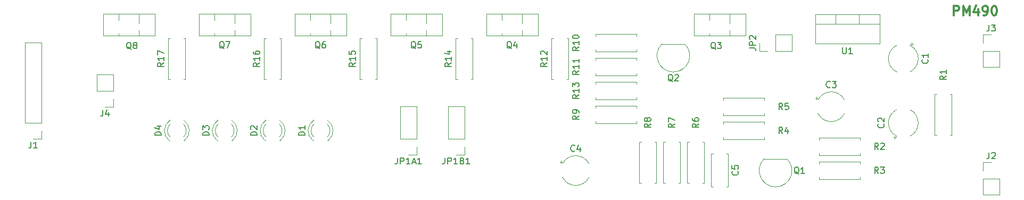
<source format=gbr>
%TF.GenerationSoftware,KiCad,Pcbnew,(5.1.10)-1*%
%TF.CreationDate,2021-09-28T13:49:37-04:00*%
%TF.ProjectId,LED Driver,4c454420-4472-4697-9665-722e6b696361,C*%
%TF.SameCoordinates,Original*%
%TF.FileFunction,Legend,Top*%
%TF.FilePolarity,Positive*%
%FSLAX46Y46*%
G04 Gerber Fmt 4.6, Leading zero omitted, Abs format (unit mm)*
G04 Created by KiCad (PCBNEW (5.1.10)-1) date 2021-09-28 13:49:37*
%MOMM*%
%LPD*%
G01*
G04 APERTURE LIST*
%ADD10C,0.300000*%
%ADD11C,0.120000*%
%ADD12C,0.150000*%
G04 APERTURE END LIST*
D10*
X202347142Y-81958571D02*
X202347142Y-80458571D01*
X202918571Y-80458571D01*
X203061428Y-80530000D01*
X203132857Y-80601428D01*
X203204285Y-80744285D01*
X203204285Y-80958571D01*
X203132857Y-81101428D01*
X203061428Y-81172857D01*
X202918571Y-81244285D01*
X202347142Y-81244285D01*
X203847142Y-81958571D02*
X203847142Y-80458571D01*
X204347142Y-81530000D01*
X204847142Y-80458571D01*
X204847142Y-81958571D01*
X206204285Y-80958571D02*
X206204285Y-81958571D01*
X205847142Y-80387142D02*
X205490000Y-81458571D01*
X206418571Y-81458571D01*
X207061428Y-81958571D02*
X207347142Y-81958571D01*
X207490000Y-81887142D01*
X207561428Y-81815714D01*
X207704285Y-81601428D01*
X207775714Y-81315714D01*
X207775714Y-80744285D01*
X207704285Y-80601428D01*
X207632857Y-80530000D01*
X207490000Y-80458571D01*
X207204285Y-80458571D01*
X207061428Y-80530000D01*
X206990000Y-80601428D01*
X206918571Y-80744285D01*
X206918571Y-81101428D01*
X206990000Y-81244285D01*
X207061428Y-81315714D01*
X207204285Y-81387142D01*
X207490000Y-81387142D01*
X207632857Y-81315714D01*
X207704285Y-81244285D01*
X207775714Y-81101428D01*
X208704285Y-80458571D02*
X208847142Y-80458571D01*
X208990000Y-80530000D01*
X209061428Y-80601428D01*
X209132857Y-80744285D01*
X209204285Y-81030000D01*
X209204285Y-81387142D01*
X209132857Y-81672857D01*
X209061428Y-81815714D01*
X208990000Y-81887142D01*
X208847142Y-81958571D01*
X208704285Y-81958571D01*
X208561428Y-81887142D01*
X208490000Y-81815714D01*
X208418571Y-81672857D01*
X208347142Y-81387142D01*
X208347142Y-81030000D01*
X208418571Y-80744285D01*
X208490000Y-80601428D01*
X208561428Y-80530000D01*
X208704285Y-80458571D01*
D11*
%TO.C,D4*%
X77504000Y-101890000D02*
X77660000Y-101890000D01*
X79820000Y-101890000D02*
X79976000Y-101890000D01*
X77661392Y-98657665D02*
G75*
G03*
X77504484Y-101890000I1078608J-1672335D01*
G01*
X79818608Y-98657665D02*
G75*
G02*
X79975516Y-101890000I-1078608J-1672335D01*
G01*
X77660163Y-99288870D02*
G75*
G03*
X77660000Y-101370961I1079837J-1041130D01*
G01*
X79819837Y-99288870D02*
G75*
G02*
X79820000Y-101370961I-1079837J-1041130D01*
G01*
%TO.C,R17*%
X77370000Y-92170000D02*
X77700000Y-92170000D01*
X77370000Y-85630000D02*
X77370000Y-92170000D01*
X77700000Y-85630000D02*
X77370000Y-85630000D01*
X80110000Y-92170000D02*
X79780000Y-92170000D01*
X80110000Y-85630000D02*
X80110000Y-92170000D01*
X79780000Y-85630000D02*
X80110000Y-85630000D01*
%TO.C,R16*%
X92610000Y-92170000D02*
X92940000Y-92170000D01*
X92610000Y-85630000D02*
X92610000Y-92170000D01*
X92940000Y-85630000D02*
X92610000Y-85630000D01*
X95350000Y-92170000D02*
X95020000Y-92170000D01*
X95350000Y-85630000D02*
X95350000Y-92170000D01*
X95020000Y-85630000D02*
X95350000Y-85630000D01*
%TO.C,R15*%
X107850000Y-92170000D02*
X108180000Y-92170000D01*
X107850000Y-85630000D02*
X107850000Y-92170000D01*
X108180000Y-85630000D02*
X107850000Y-85630000D01*
X110590000Y-92170000D02*
X110260000Y-92170000D01*
X110590000Y-85630000D02*
X110590000Y-92170000D01*
X110260000Y-85630000D02*
X110590000Y-85630000D01*
%TO.C,R14*%
X125500000Y-85630000D02*
X125830000Y-85630000D01*
X125830000Y-85630000D02*
X125830000Y-92170000D01*
X125830000Y-92170000D02*
X125500000Y-92170000D01*
X123420000Y-85630000D02*
X123090000Y-85630000D01*
X123090000Y-85630000D02*
X123090000Y-92170000D01*
X123090000Y-92170000D02*
X123420000Y-92170000D01*
%TO.C,R12*%
X138330000Y-92170000D02*
X138660000Y-92170000D01*
X138330000Y-85630000D02*
X138330000Y-92170000D01*
X138660000Y-85630000D02*
X138330000Y-85630000D01*
X141070000Y-92170000D02*
X140740000Y-92170000D01*
X141070000Y-85630000D02*
X141070000Y-92170000D01*
X140740000Y-85630000D02*
X141070000Y-85630000D01*
%TO.C,Q8*%
X67000000Y-81700000D02*
X75240000Y-81700000D01*
X67000000Y-85190000D02*
X75240000Y-85190000D01*
X67000000Y-81700000D02*
X67000000Y-85190000D01*
X75240000Y-81700000D02*
X75240000Y-85190000D01*
X69520000Y-81700000D02*
X69520000Y-82770000D01*
X69520000Y-84870000D02*
X69520000Y-85190000D01*
X72721000Y-81700000D02*
X72721000Y-83280000D01*
X72721000Y-84360000D02*
X72721000Y-85190000D01*
%TO.C,Q7*%
X87961000Y-84360000D02*
X87961000Y-85190000D01*
X87961000Y-81700000D02*
X87961000Y-83280000D01*
X84760000Y-84870000D02*
X84760000Y-85190000D01*
X84760000Y-81700000D02*
X84760000Y-82770000D01*
X90480000Y-81700000D02*
X90480000Y-85190000D01*
X82240000Y-81700000D02*
X82240000Y-85190000D01*
X82240000Y-85190000D02*
X90480000Y-85190000D01*
X82240000Y-81700000D02*
X90480000Y-81700000D01*
%TO.C,Q6*%
X103201000Y-84360000D02*
X103201000Y-85190000D01*
X103201000Y-81700000D02*
X103201000Y-83280000D01*
X100000000Y-84870000D02*
X100000000Y-85190000D01*
X100000000Y-81700000D02*
X100000000Y-82770000D01*
X105720000Y-81700000D02*
X105720000Y-85190000D01*
X97480000Y-81700000D02*
X97480000Y-85190000D01*
X97480000Y-85190000D02*
X105720000Y-85190000D01*
X97480000Y-81700000D02*
X105720000Y-81700000D01*
%TO.C,Q5*%
X118441000Y-84360000D02*
X118441000Y-85190000D01*
X118441000Y-81700000D02*
X118441000Y-83280000D01*
X115240000Y-84870000D02*
X115240000Y-85190000D01*
X115240000Y-81700000D02*
X115240000Y-82770000D01*
X120960000Y-81700000D02*
X120960000Y-85190000D01*
X112720000Y-81700000D02*
X112720000Y-85190000D01*
X112720000Y-85190000D02*
X120960000Y-85190000D01*
X112720000Y-81700000D02*
X120960000Y-81700000D01*
%TO.C,Q4*%
X133681000Y-84360000D02*
X133681000Y-85190000D01*
X133681000Y-81700000D02*
X133681000Y-83280000D01*
X130480000Y-84870000D02*
X130480000Y-85190000D01*
X130480000Y-81700000D02*
X130480000Y-82770000D01*
X136200000Y-81700000D02*
X136200000Y-85190000D01*
X127960000Y-81700000D02*
X127960000Y-85190000D01*
X127960000Y-85190000D02*
X136200000Y-85190000D01*
X127960000Y-81700000D02*
X136200000Y-81700000D01*
%TO.C,Q3*%
X166701000Y-84360000D02*
X166701000Y-85190000D01*
X166701000Y-81700000D02*
X166701000Y-83280000D01*
X163500000Y-84870000D02*
X163500000Y-85190000D01*
X163500000Y-81700000D02*
X163500000Y-82770000D01*
X169220000Y-81700000D02*
X169220000Y-85190000D01*
X160980000Y-81700000D02*
X160980000Y-85190000D01*
X160980000Y-85190000D02*
X169220000Y-85190000D01*
X160980000Y-81700000D02*
X169220000Y-81700000D01*
%TO.C,Q1*%
X175790000Y-104830000D02*
X172190000Y-104830000D01*
X172151522Y-104841522D02*
G75*
G03*
X173990000Y-109280000I1838478J-1838478D01*
G01*
X175828478Y-104841522D02*
G75*
G02*
X173990000Y-109280000I-1838478J-1838478D01*
G01*
%TO.C,Q2*%
X159534000Y-86542000D02*
X155934000Y-86542000D01*
X155895522Y-86553522D02*
G75*
G03*
X157734000Y-90992000I1838478J-1838478D01*
G01*
X159572478Y-86553522D02*
G75*
G02*
X157734000Y-90992000I-1838478J-1838478D01*
G01*
%TO.C,R1*%
X201700000Y-94520000D02*
X202030000Y-94520000D01*
X202030000Y-94520000D02*
X202030000Y-101060000D01*
X202030000Y-101060000D02*
X201700000Y-101060000D01*
X199620000Y-94520000D02*
X199290000Y-94520000D01*
X199290000Y-94520000D02*
X199290000Y-101060000D01*
X199290000Y-101060000D02*
X199620000Y-101060000D01*
%TO.C,R3*%
X180880000Y-105310000D02*
X180880000Y-105640000D01*
X187420000Y-105310000D02*
X180880000Y-105310000D01*
X187420000Y-105640000D02*
X187420000Y-105310000D01*
X180880000Y-108050000D02*
X180880000Y-107720000D01*
X187420000Y-108050000D02*
X180880000Y-108050000D01*
X187420000Y-107720000D02*
X187420000Y-108050000D01*
%TO.C,R4*%
X165640000Y-98960000D02*
X165640000Y-99290000D01*
X172180000Y-98960000D02*
X165640000Y-98960000D01*
X172180000Y-99290000D02*
X172180000Y-98960000D01*
X165640000Y-101700000D02*
X165640000Y-101370000D01*
X172180000Y-101700000D02*
X165640000Y-101700000D01*
X172180000Y-101370000D02*
X172180000Y-101700000D01*
%TO.C,R5*%
X172180000Y-97560000D02*
X172180000Y-97890000D01*
X172180000Y-97890000D02*
X165640000Y-97890000D01*
X165640000Y-97890000D02*
X165640000Y-97560000D01*
X172180000Y-95480000D02*
X172180000Y-95150000D01*
X172180000Y-95150000D02*
X165640000Y-95150000D01*
X165640000Y-95150000D02*
X165640000Y-95480000D01*
%TO.C,R6*%
X162330000Y-102140000D02*
X162660000Y-102140000D01*
X162660000Y-102140000D02*
X162660000Y-108680000D01*
X162660000Y-108680000D02*
X162330000Y-108680000D01*
X160250000Y-102140000D02*
X159920000Y-102140000D01*
X159920000Y-102140000D02*
X159920000Y-108680000D01*
X159920000Y-108680000D02*
X160250000Y-108680000D01*
%TO.C,R7*%
X156110000Y-108680000D02*
X156440000Y-108680000D01*
X156110000Y-102140000D02*
X156110000Y-108680000D01*
X156440000Y-102140000D02*
X156110000Y-102140000D01*
X158850000Y-108680000D02*
X158520000Y-108680000D01*
X158850000Y-102140000D02*
X158850000Y-108680000D01*
X158520000Y-102140000D02*
X158850000Y-102140000D01*
%TO.C,R8*%
X152630000Y-108680000D02*
X152300000Y-108680000D01*
X152300000Y-108680000D02*
X152300000Y-102140000D01*
X152300000Y-102140000D02*
X152630000Y-102140000D01*
X154710000Y-108680000D02*
X155040000Y-108680000D01*
X155040000Y-108680000D02*
X155040000Y-102140000D01*
X155040000Y-102140000D02*
X154710000Y-102140000D01*
%TO.C,R9*%
X145320000Y-96420000D02*
X145320000Y-96750000D01*
X151860000Y-96420000D02*
X145320000Y-96420000D01*
X151860000Y-96750000D02*
X151860000Y-96420000D01*
X145320000Y-99160000D02*
X145320000Y-98830000D01*
X151860000Y-99160000D02*
X145320000Y-99160000D01*
X151860000Y-98830000D02*
X151860000Y-99160000D01*
%TO.C,R10*%
X145320000Y-84990000D02*
X145320000Y-85320000D01*
X151860000Y-84990000D02*
X145320000Y-84990000D01*
X151860000Y-85320000D02*
X151860000Y-84990000D01*
X145320000Y-87730000D02*
X145320000Y-87400000D01*
X151860000Y-87730000D02*
X145320000Y-87730000D01*
X151860000Y-87400000D02*
X151860000Y-87730000D01*
%TO.C,R11*%
X145320000Y-88800000D02*
X145320000Y-89130000D01*
X151860000Y-88800000D02*
X145320000Y-88800000D01*
X151860000Y-89130000D02*
X151860000Y-88800000D01*
X145320000Y-91540000D02*
X145320000Y-91210000D01*
X151860000Y-91540000D02*
X145320000Y-91540000D01*
X151860000Y-91210000D02*
X151860000Y-91540000D01*
%TO.C,R13*%
X151860000Y-95020000D02*
X151860000Y-95350000D01*
X151860000Y-95350000D02*
X145320000Y-95350000D01*
X145320000Y-95350000D02*
X145320000Y-95020000D01*
X151860000Y-92940000D02*
X151860000Y-92610000D01*
X151860000Y-92610000D02*
X145320000Y-92610000D01*
X145320000Y-92610000D02*
X145320000Y-92940000D01*
%TO.C,U1*%
X187271000Y-81820000D02*
X187271000Y-83330000D01*
X183570000Y-81820000D02*
X183570000Y-83330000D01*
X180300000Y-83330000D02*
X190540000Y-83330000D01*
X190540000Y-81820000D02*
X190540000Y-86461000D01*
X180300000Y-81820000D02*
X180300000Y-86461000D01*
X180300000Y-86461000D02*
X190540000Y-86461000D01*
X180300000Y-81820000D02*
X190540000Y-81820000D01*
%TO.C,R2*%
X187420000Y-103910000D02*
X187420000Y-104240000D01*
X187420000Y-104240000D02*
X180880000Y-104240000D01*
X180880000Y-104240000D02*
X180880000Y-103910000D01*
X187420000Y-101830000D02*
X187420000Y-101500000D01*
X187420000Y-101500000D02*
X180880000Y-101500000D01*
X180880000Y-101500000D02*
X180880000Y-101830000D01*
%TO.C,J1*%
X57210000Y-101660000D02*
X55880000Y-101660000D01*
X57210000Y-100330000D02*
X57210000Y-101660000D01*
X57210000Y-99060000D02*
X54550000Y-99060000D01*
X54550000Y-99060000D02*
X54550000Y-86300000D01*
X57210000Y-99060000D02*
X57210000Y-86300000D01*
X57210000Y-86300000D02*
X54550000Y-86300000D01*
%TO.C,J4*%
X68640000Y-91380000D02*
X65980000Y-91380000D01*
X68640000Y-93980000D02*
X68640000Y-91380000D01*
X65980000Y-93980000D02*
X65980000Y-91380000D01*
X68640000Y-93980000D02*
X65980000Y-93980000D01*
X68640000Y-95250000D02*
X68640000Y-96580000D01*
X68640000Y-96580000D02*
X67310000Y-96580000D01*
%TO.C,JP1A1*%
X116900000Y-96460000D02*
X114240000Y-96460000D01*
X116900000Y-101600000D02*
X116900000Y-96460000D01*
X114240000Y-101600000D02*
X114240000Y-96460000D01*
X116900000Y-101600000D02*
X114240000Y-101600000D01*
X116900000Y-102870000D02*
X116900000Y-104200000D01*
X116900000Y-104200000D02*
X115570000Y-104200000D01*
%TO.C,JP1B1*%
X124520000Y-96460000D02*
X121860000Y-96460000D01*
X124520000Y-101600000D02*
X124520000Y-96460000D01*
X121860000Y-101600000D02*
X121860000Y-96460000D01*
X124520000Y-101600000D02*
X121860000Y-101600000D01*
X124520000Y-102870000D02*
X124520000Y-104200000D01*
X124520000Y-104200000D02*
X123190000Y-104200000D01*
%TO.C,JP2*%
X176590000Y-87690000D02*
X176590000Y-85030000D01*
X173990000Y-87690000D02*
X176590000Y-87690000D01*
X173990000Y-85030000D02*
X176590000Y-85030000D01*
X173990000Y-87690000D02*
X173990000Y-85030000D01*
X172720000Y-87690000D02*
X171390000Y-87690000D01*
X171390000Y-87690000D02*
X171390000Y-86360000D01*
%TO.C,J3*%
X206950000Y-90230000D02*
X209610000Y-90230000D01*
X206950000Y-87630000D02*
X206950000Y-90230000D01*
X209610000Y-87630000D02*
X209610000Y-90230000D01*
X206950000Y-87630000D02*
X209610000Y-87630000D01*
X206950000Y-86360000D02*
X206950000Y-85030000D01*
X206950000Y-85030000D02*
X208280000Y-85030000D01*
%TO.C,J2*%
X206950000Y-110550000D02*
X209610000Y-110550000D01*
X206950000Y-107950000D02*
X206950000Y-110550000D01*
X209610000Y-107950000D02*
X209610000Y-110550000D01*
X206950000Y-107950000D02*
X209610000Y-107950000D01*
X206950000Y-106680000D02*
X206950000Y-105350000D01*
X206950000Y-105350000D02*
X208280000Y-105350000D01*
%TO.C,C4*%
X139662712Y-105345000D02*
X140112712Y-105345000D01*
X139887712Y-105120000D02*
X139887712Y-105570000D01*
X144319740Y-105620000D02*
G75*
G03*
X140080259Y-105620000I-2119740J-1060000D01*
G01*
X144319740Y-107740000D02*
G75*
G02*
X140080259Y-107740000I-2119740J1060000D01*
G01*
%TO.C,C3*%
X180302712Y-95185000D02*
X180752712Y-95185000D01*
X180527712Y-94960000D02*
X180527712Y-95410000D01*
X184959740Y-95460000D02*
G75*
G03*
X180720259Y-95460000I-2119740J-1060000D01*
G01*
X184959740Y-97580000D02*
G75*
G02*
X180720259Y-97580000I-2119740J1060000D01*
G01*
%TO.C,C2*%
X192975000Y-101637288D02*
X192975000Y-101187288D01*
X192750000Y-101412288D02*
X193200000Y-101412288D01*
X193250000Y-96980260D02*
G75*
G03*
X193250000Y-101219741I1060000J-2119740D01*
G01*
X195370000Y-96980260D02*
G75*
G02*
X195370000Y-101219741I-1060000J-2119740D01*
G01*
%TO.C,C1*%
X195645000Y-86322712D02*
X195645000Y-86772712D01*
X195870000Y-86547712D02*
X195420000Y-86547712D01*
X195370000Y-90979740D02*
G75*
G03*
X195370000Y-86740259I-1060000J2119740D01*
G01*
X193250000Y-90979740D02*
G75*
G02*
X193250000Y-86740259I1060000J2119740D01*
G01*
%TO.C,C5*%
X166470000Y-104020000D02*
X166470000Y-109260000D01*
X163730000Y-104020000D02*
X163730000Y-109260000D01*
X166470000Y-104020000D02*
X166155000Y-104020000D01*
X164045000Y-104020000D02*
X163730000Y-104020000D01*
X166470000Y-109260000D02*
X166155000Y-109260000D01*
X164045000Y-109260000D02*
X163730000Y-109260000D01*
%TO.C,D1*%
X100364000Y-101890000D02*
X100520000Y-101890000D01*
X102680000Y-101890000D02*
X102836000Y-101890000D01*
X100521392Y-98657665D02*
G75*
G03*
X100364484Y-101890000I1078608J-1672335D01*
G01*
X102678608Y-98657665D02*
G75*
G02*
X102835516Y-101890000I-1078608J-1672335D01*
G01*
X100520163Y-99288870D02*
G75*
G03*
X100520000Y-101370961I1079837J-1041130D01*
G01*
X102679837Y-99288870D02*
G75*
G02*
X102680000Y-101370961I-1079837J-1041130D01*
G01*
%TO.C,D2*%
X95060000Y-101890000D02*
X95216000Y-101890000D01*
X92744000Y-101890000D02*
X92900000Y-101890000D01*
X95059837Y-99288870D02*
G75*
G02*
X95060000Y-101370961I-1079837J-1041130D01*
G01*
X92900163Y-99288870D02*
G75*
G03*
X92900000Y-101370961I1079837J-1041130D01*
G01*
X95058608Y-98657665D02*
G75*
G02*
X95215516Y-101890000I-1078608J-1672335D01*
G01*
X92901392Y-98657665D02*
G75*
G03*
X92744484Y-101890000I1078608J-1672335D01*
G01*
%TO.C,D3*%
X87440000Y-101890000D02*
X87596000Y-101890000D01*
X85124000Y-101890000D02*
X85280000Y-101890000D01*
X87439837Y-99288870D02*
G75*
G02*
X87440000Y-101370961I-1079837J-1041130D01*
G01*
X85280163Y-99288870D02*
G75*
G03*
X85280000Y-101370961I1079837J-1041130D01*
G01*
X87438608Y-98657665D02*
G75*
G02*
X87595516Y-101890000I-1078608J-1672335D01*
G01*
X85281392Y-98657665D02*
G75*
G03*
X85124484Y-101890000I1078608J-1672335D01*
G01*
%TO.C,D4*%
D12*
X76232380Y-101068095D02*
X75232380Y-101068095D01*
X75232380Y-100830000D01*
X75280000Y-100687142D01*
X75375238Y-100591904D01*
X75470476Y-100544285D01*
X75660952Y-100496666D01*
X75803809Y-100496666D01*
X75994285Y-100544285D01*
X76089523Y-100591904D01*
X76184761Y-100687142D01*
X76232380Y-100830000D01*
X76232380Y-101068095D01*
X75565714Y-99639523D02*
X76232380Y-99639523D01*
X75184761Y-99877619D02*
X75899047Y-100115714D01*
X75899047Y-99496666D01*
%TO.C,R17*%
X76652380Y-89542857D02*
X76176190Y-89876190D01*
X76652380Y-90114285D02*
X75652380Y-90114285D01*
X75652380Y-89733333D01*
X75700000Y-89638095D01*
X75747619Y-89590476D01*
X75842857Y-89542857D01*
X75985714Y-89542857D01*
X76080952Y-89590476D01*
X76128571Y-89638095D01*
X76176190Y-89733333D01*
X76176190Y-90114285D01*
X76652380Y-88590476D02*
X76652380Y-89161904D01*
X76652380Y-88876190D02*
X75652380Y-88876190D01*
X75795238Y-88971428D01*
X75890476Y-89066666D01*
X75938095Y-89161904D01*
X75652380Y-88257142D02*
X75652380Y-87590476D01*
X76652380Y-88019047D01*
%TO.C,R16*%
X91892380Y-89542857D02*
X91416190Y-89876190D01*
X91892380Y-90114285D02*
X90892380Y-90114285D01*
X90892380Y-89733333D01*
X90940000Y-89638095D01*
X90987619Y-89590476D01*
X91082857Y-89542857D01*
X91225714Y-89542857D01*
X91320952Y-89590476D01*
X91368571Y-89638095D01*
X91416190Y-89733333D01*
X91416190Y-90114285D01*
X91892380Y-88590476D02*
X91892380Y-89161904D01*
X91892380Y-88876190D02*
X90892380Y-88876190D01*
X91035238Y-88971428D01*
X91130476Y-89066666D01*
X91178095Y-89161904D01*
X90892380Y-87733333D02*
X90892380Y-87923809D01*
X90940000Y-88019047D01*
X90987619Y-88066666D01*
X91130476Y-88161904D01*
X91320952Y-88209523D01*
X91701904Y-88209523D01*
X91797142Y-88161904D01*
X91844761Y-88114285D01*
X91892380Y-88019047D01*
X91892380Y-87828571D01*
X91844761Y-87733333D01*
X91797142Y-87685714D01*
X91701904Y-87638095D01*
X91463809Y-87638095D01*
X91368571Y-87685714D01*
X91320952Y-87733333D01*
X91273333Y-87828571D01*
X91273333Y-88019047D01*
X91320952Y-88114285D01*
X91368571Y-88161904D01*
X91463809Y-88209523D01*
%TO.C,R15*%
X107132380Y-89542857D02*
X106656190Y-89876190D01*
X107132380Y-90114285D02*
X106132380Y-90114285D01*
X106132380Y-89733333D01*
X106180000Y-89638095D01*
X106227619Y-89590476D01*
X106322857Y-89542857D01*
X106465714Y-89542857D01*
X106560952Y-89590476D01*
X106608571Y-89638095D01*
X106656190Y-89733333D01*
X106656190Y-90114285D01*
X107132380Y-88590476D02*
X107132380Y-89161904D01*
X107132380Y-88876190D02*
X106132380Y-88876190D01*
X106275238Y-88971428D01*
X106370476Y-89066666D01*
X106418095Y-89161904D01*
X106132380Y-87685714D02*
X106132380Y-88161904D01*
X106608571Y-88209523D01*
X106560952Y-88161904D01*
X106513333Y-88066666D01*
X106513333Y-87828571D01*
X106560952Y-87733333D01*
X106608571Y-87685714D01*
X106703809Y-87638095D01*
X106941904Y-87638095D01*
X107037142Y-87685714D01*
X107084761Y-87733333D01*
X107132380Y-87828571D01*
X107132380Y-88066666D01*
X107084761Y-88161904D01*
X107037142Y-88209523D01*
%TO.C,R14*%
X122372380Y-89542857D02*
X121896190Y-89876190D01*
X122372380Y-90114285D02*
X121372380Y-90114285D01*
X121372380Y-89733333D01*
X121420000Y-89638095D01*
X121467619Y-89590476D01*
X121562857Y-89542857D01*
X121705714Y-89542857D01*
X121800952Y-89590476D01*
X121848571Y-89638095D01*
X121896190Y-89733333D01*
X121896190Y-90114285D01*
X122372380Y-88590476D02*
X122372380Y-89161904D01*
X122372380Y-88876190D02*
X121372380Y-88876190D01*
X121515238Y-88971428D01*
X121610476Y-89066666D01*
X121658095Y-89161904D01*
X121705714Y-87733333D02*
X122372380Y-87733333D01*
X121324761Y-87971428D02*
X122039047Y-88209523D01*
X122039047Y-87590476D01*
%TO.C,R12*%
X137612380Y-89542857D02*
X137136190Y-89876190D01*
X137612380Y-90114285D02*
X136612380Y-90114285D01*
X136612380Y-89733333D01*
X136660000Y-89638095D01*
X136707619Y-89590476D01*
X136802857Y-89542857D01*
X136945714Y-89542857D01*
X137040952Y-89590476D01*
X137088571Y-89638095D01*
X137136190Y-89733333D01*
X137136190Y-90114285D01*
X137612380Y-88590476D02*
X137612380Y-89161904D01*
X137612380Y-88876190D02*
X136612380Y-88876190D01*
X136755238Y-88971428D01*
X136850476Y-89066666D01*
X136898095Y-89161904D01*
X136707619Y-88209523D02*
X136660000Y-88161904D01*
X136612380Y-88066666D01*
X136612380Y-87828571D01*
X136660000Y-87733333D01*
X136707619Y-87685714D01*
X136802857Y-87638095D01*
X136898095Y-87638095D01*
X137040952Y-87685714D01*
X137612380Y-88257142D01*
X137612380Y-87638095D01*
%TO.C,Q8*%
X71484761Y-87367619D02*
X71389523Y-87320000D01*
X71294285Y-87224761D01*
X71151428Y-87081904D01*
X71056190Y-87034285D01*
X70960952Y-87034285D01*
X71008571Y-87272380D02*
X70913333Y-87224761D01*
X70818095Y-87129523D01*
X70770476Y-86939047D01*
X70770476Y-86605714D01*
X70818095Y-86415238D01*
X70913333Y-86320000D01*
X71008571Y-86272380D01*
X71199047Y-86272380D01*
X71294285Y-86320000D01*
X71389523Y-86415238D01*
X71437142Y-86605714D01*
X71437142Y-86939047D01*
X71389523Y-87129523D01*
X71294285Y-87224761D01*
X71199047Y-87272380D01*
X71008571Y-87272380D01*
X72008571Y-86700952D02*
X71913333Y-86653333D01*
X71865714Y-86605714D01*
X71818095Y-86510476D01*
X71818095Y-86462857D01*
X71865714Y-86367619D01*
X71913333Y-86320000D01*
X72008571Y-86272380D01*
X72199047Y-86272380D01*
X72294285Y-86320000D01*
X72341904Y-86367619D01*
X72389523Y-86462857D01*
X72389523Y-86510476D01*
X72341904Y-86605714D01*
X72294285Y-86653333D01*
X72199047Y-86700952D01*
X72008571Y-86700952D01*
X71913333Y-86748571D01*
X71865714Y-86796190D01*
X71818095Y-86891428D01*
X71818095Y-87081904D01*
X71865714Y-87177142D01*
X71913333Y-87224761D01*
X72008571Y-87272380D01*
X72199047Y-87272380D01*
X72294285Y-87224761D01*
X72341904Y-87177142D01*
X72389523Y-87081904D01*
X72389523Y-86891428D01*
X72341904Y-86796190D01*
X72294285Y-86748571D01*
X72199047Y-86700952D01*
%TO.C,Q7*%
X86264761Y-87267619D02*
X86169523Y-87220000D01*
X86074285Y-87124761D01*
X85931428Y-86981904D01*
X85836190Y-86934285D01*
X85740952Y-86934285D01*
X85788571Y-87172380D02*
X85693333Y-87124761D01*
X85598095Y-87029523D01*
X85550476Y-86839047D01*
X85550476Y-86505714D01*
X85598095Y-86315238D01*
X85693333Y-86220000D01*
X85788571Y-86172380D01*
X85979047Y-86172380D01*
X86074285Y-86220000D01*
X86169523Y-86315238D01*
X86217142Y-86505714D01*
X86217142Y-86839047D01*
X86169523Y-87029523D01*
X86074285Y-87124761D01*
X85979047Y-87172380D01*
X85788571Y-87172380D01*
X86550476Y-86172380D02*
X87217142Y-86172380D01*
X86788571Y-87172380D01*
%TO.C,Q6*%
X101504761Y-87267619D02*
X101409523Y-87220000D01*
X101314285Y-87124761D01*
X101171428Y-86981904D01*
X101076190Y-86934285D01*
X100980952Y-86934285D01*
X101028571Y-87172380D02*
X100933333Y-87124761D01*
X100838095Y-87029523D01*
X100790476Y-86839047D01*
X100790476Y-86505714D01*
X100838095Y-86315238D01*
X100933333Y-86220000D01*
X101028571Y-86172380D01*
X101219047Y-86172380D01*
X101314285Y-86220000D01*
X101409523Y-86315238D01*
X101457142Y-86505714D01*
X101457142Y-86839047D01*
X101409523Y-87029523D01*
X101314285Y-87124761D01*
X101219047Y-87172380D01*
X101028571Y-87172380D01*
X102314285Y-86172380D02*
X102123809Y-86172380D01*
X102028571Y-86220000D01*
X101980952Y-86267619D01*
X101885714Y-86410476D01*
X101838095Y-86600952D01*
X101838095Y-86981904D01*
X101885714Y-87077142D01*
X101933333Y-87124761D01*
X102028571Y-87172380D01*
X102219047Y-87172380D01*
X102314285Y-87124761D01*
X102361904Y-87077142D01*
X102409523Y-86981904D01*
X102409523Y-86743809D01*
X102361904Y-86648571D01*
X102314285Y-86600952D01*
X102219047Y-86553333D01*
X102028571Y-86553333D01*
X101933333Y-86600952D01*
X101885714Y-86648571D01*
X101838095Y-86743809D01*
%TO.C,Q5*%
X116744761Y-87267619D02*
X116649523Y-87220000D01*
X116554285Y-87124761D01*
X116411428Y-86981904D01*
X116316190Y-86934285D01*
X116220952Y-86934285D01*
X116268571Y-87172380D02*
X116173333Y-87124761D01*
X116078095Y-87029523D01*
X116030476Y-86839047D01*
X116030476Y-86505714D01*
X116078095Y-86315238D01*
X116173333Y-86220000D01*
X116268571Y-86172380D01*
X116459047Y-86172380D01*
X116554285Y-86220000D01*
X116649523Y-86315238D01*
X116697142Y-86505714D01*
X116697142Y-86839047D01*
X116649523Y-87029523D01*
X116554285Y-87124761D01*
X116459047Y-87172380D01*
X116268571Y-87172380D01*
X117601904Y-86172380D02*
X117125714Y-86172380D01*
X117078095Y-86648571D01*
X117125714Y-86600952D01*
X117220952Y-86553333D01*
X117459047Y-86553333D01*
X117554285Y-86600952D01*
X117601904Y-86648571D01*
X117649523Y-86743809D01*
X117649523Y-86981904D01*
X117601904Y-87077142D01*
X117554285Y-87124761D01*
X117459047Y-87172380D01*
X117220952Y-87172380D01*
X117125714Y-87124761D01*
X117078095Y-87077142D01*
%TO.C,Q4*%
X131984761Y-87267619D02*
X131889523Y-87220000D01*
X131794285Y-87124761D01*
X131651428Y-86981904D01*
X131556190Y-86934285D01*
X131460952Y-86934285D01*
X131508571Y-87172380D02*
X131413333Y-87124761D01*
X131318095Y-87029523D01*
X131270476Y-86839047D01*
X131270476Y-86505714D01*
X131318095Y-86315238D01*
X131413333Y-86220000D01*
X131508571Y-86172380D01*
X131699047Y-86172380D01*
X131794285Y-86220000D01*
X131889523Y-86315238D01*
X131937142Y-86505714D01*
X131937142Y-86839047D01*
X131889523Y-87029523D01*
X131794285Y-87124761D01*
X131699047Y-87172380D01*
X131508571Y-87172380D01*
X132794285Y-86505714D02*
X132794285Y-87172380D01*
X132556190Y-86124761D02*
X132318095Y-86839047D01*
X132937142Y-86839047D01*
%TO.C,Q3*%
X164464761Y-87367619D02*
X164369523Y-87320000D01*
X164274285Y-87224761D01*
X164131428Y-87081904D01*
X164036190Y-87034285D01*
X163940952Y-87034285D01*
X163988571Y-87272380D02*
X163893333Y-87224761D01*
X163798095Y-87129523D01*
X163750476Y-86939047D01*
X163750476Y-86605714D01*
X163798095Y-86415238D01*
X163893333Y-86320000D01*
X163988571Y-86272380D01*
X164179047Y-86272380D01*
X164274285Y-86320000D01*
X164369523Y-86415238D01*
X164417142Y-86605714D01*
X164417142Y-86939047D01*
X164369523Y-87129523D01*
X164274285Y-87224761D01*
X164179047Y-87272380D01*
X163988571Y-87272380D01*
X164750476Y-86272380D02*
X165369523Y-86272380D01*
X165036190Y-86653333D01*
X165179047Y-86653333D01*
X165274285Y-86700952D01*
X165321904Y-86748571D01*
X165369523Y-86843809D01*
X165369523Y-87081904D01*
X165321904Y-87177142D01*
X165274285Y-87224761D01*
X165179047Y-87272380D01*
X164893333Y-87272380D01*
X164798095Y-87224761D01*
X164750476Y-87177142D01*
%TO.C,Q1*%
X177704761Y-107227619D02*
X177609523Y-107180000D01*
X177514285Y-107084761D01*
X177371428Y-106941904D01*
X177276190Y-106894285D01*
X177180952Y-106894285D01*
X177228571Y-107132380D02*
X177133333Y-107084761D01*
X177038095Y-106989523D01*
X176990476Y-106799047D01*
X176990476Y-106465714D01*
X177038095Y-106275238D01*
X177133333Y-106180000D01*
X177228571Y-106132380D01*
X177419047Y-106132380D01*
X177514285Y-106180000D01*
X177609523Y-106275238D01*
X177657142Y-106465714D01*
X177657142Y-106799047D01*
X177609523Y-106989523D01*
X177514285Y-107084761D01*
X177419047Y-107132380D01*
X177228571Y-107132380D01*
X178609523Y-107132380D02*
X178038095Y-107132380D01*
X178323809Y-107132380D02*
X178323809Y-106132380D01*
X178228571Y-106275238D01*
X178133333Y-106370476D01*
X178038095Y-106418095D01*
%TO.C,Q2*%
X157638761Y-92499619D02*
X157543523Y-92452000D01*
X157448285Y-92356761D01*
X157305428Y-92213904D01*
X157210190Y-92166285D01*
X157114952Y-92166285D01*
X157162571Y-92404380D02*
X157067333Y-92356761D01*
X156972095Y-92261523D01*
X156924476Y-92071047D01*
X156924476Y-91737714D01*
X156972095Y-91547238D01*
X157067333Y-91452000D01*
X157162571Y-91404380D01*
X157353047Y-91404380D01*
X157448285Y-91452000D01*
X157543523Y-91547238D01*
X157591142Y-91737714D01*
X157591142Y-92071047D01*
X157543523Y-92261523D01*
X157448285Y-92356761D01*
X157353047Y-92404380D01*
X157162571Y-92404380D01*
X157972095Y-91499619D02*
X158019714Y-91452000D01*
X158114952Y-91404380D01*
X158353047Y-91404380D01*
X158448285Y-91452000D01*
X158495904Y-91499619D01*
X158543523Y-91594857D01*
X158543523Y-91690095D01*
X158495904Y-91832952D01*
X157924476Y-92404380D01*
X158543523Y-92404380D01*
%TO.C,R1*%
X201112380Y-91606666D02*
X200636190Y-91940000D01*
X201112380Y-92178095D02*
X200112380Y-92178095D01*
X200112380Y-91797142D01*
X200160000Y-91701904D01*
X200207619Y-91654285D01*
X200302857Y-91606666D01*
X200445714Y-91606666D01*
X200540952Y-91654285D01*
X200588571Y-91701904D01*
X200636190Y-91797142D01*
X200636190Y-92178095D01*
X201112380Y-90654285D02*
X201112380Y-91225714D01*
X201112380Y-90940000D02*
X200112380Y-90940000D01*
X200255238Y-91035238D01*
X200350476Y-91130476D01*
X200398095Y-91225714D01*
%TO.C,R3*%
X190333333Y-107132380D02*
X190000000Y-106656190D01*
X189761904Y-107132380D02*
X189761904Y-106132380D01*
X190142857Y-106132380D01*
X190238095Y-106180000D01*
X190285714Y-106227619D01*
X190333333Y-106322857D01*
X190333333Y-106465714D01*
X190285714Y-106560952D01*
X190238095Y-106608571D01*
X190142857Y-106656190D01*
X189761904Y-106656190D01*
X190666666Y-106132380D02*
X191285714Y-106132380D01*
X190952380Y-106513333D01*
X191095238Y-106513333D01*
X191190476Y-106560952D01*
X191238095Y-106608571D01*
X191285714Y-106703809D01*
X191285714Y-106941904D01*
X191238095Y-107037142D01*
X191190476Y-107084761D01*
X191095238Y-107132380D01*
X190809523Y-107132380D01*
X190714285Y-107084761D01*
X190666666Y-107037142D01*
%TO.C,R4*%
X175093333Y-100782380D02*
X174760000Y-100306190D01*
X174521904Y-100782380D02*
X174521904Y-99782380D01*
X174902857Y-99782380D01*
X174998095Y-99830000D01*
X175045714Y-99877619D01*
X175093333Y-99972857D01*
X175093333Y-100115714D01*
X175045714Y-100210952D01*
X174998095Y-100258571D01*
X174902857Y-100306190D01*
X174521904Y-100306190D01*
X175950476Y-100115714D02*
X175950476Y-100782380D01*
X175712380Y-99734761D02*
X175474285Y-100449047D01*
X176093333Y-100449047D01*
%TO.C,R5*%
X175093333Y-96972380D02*
X174760000Y-96496190D01*
X174521904Y-96972380D02*
X174521904Y-95972380D01*
X174902857Y-95972380D01*
X174998095Y-96020000D01*
X175045714Y-96067619D01*
X175093333Y-96162857D01*
X175093333Y-96305714D01*
X175045714Y-96400952D01*
X174998095Y-96448571D01*
X174902857Y-96496190D01*
X174521904Y-96496190D01*
X175998095Y-95972380D02*
X175521904Y-95972380D01*
X175474285Y-96448571D01*
X175521904Y-96400952D01*
X175617142Y-96353333D01*
X175855238Y-96353333D01*
X175950476Y-96400952D01*
X175998095Y-96448571D01*
X176045714Y-96543809D01*
X176045714Y-96781904D01*
X175998095Y-96877142D01*
X175950476Y-96924761D01*
X175855238Y-96972380D01*
X175617142Y-96972380D01*
X175521904Y-96924761D01*
X175474285Y-96877142D01*
%TO.C,R6*%
X161742380Y-99226666D02*
X161266190Y-99560000D01*
X161742380Y-99798095D02*
X160742380Y-99798095D01*
X160742380Y-99417142D01*
X160790000Y-99321904D01*
X160837619Y-99274285D01*
X160932857Y-99226666D01*
X161075714Y-99226666D01*
X161170952Y-99274285D01*
X161218571Y-99321904D01*
X161266190Y-99417142D01*
X161266190Y-99798095D01*
X160742380Y-98369523D02*
X160742380Y-98560000D01*
X160790000Y-98655238D01*
X160837619Y-98702857D01*
X160980476Y-98798095D01*
X161170952Y-98845714D01*
X161551904Y-98845714D01*
X161647142Y-98798095D01*
X161694761Y-98750476D01*
X161742380Y-98655238D01*
X161742380Y-98464761D01*
X161694761Y-98369523D01*
X161647142Y-98321904D01*
X161551904Y-98274285D01*
X161313809Y-98274285D01*
X161218571Y-98321904D01*
X161170952Y-98369523D01*
X161123333Y-98464761D01*
X161123333Y-98655238D01*
X161170952Y-98750476D01*
X161218571Y-98798095D01*
X161313809Y-98845714D01*
%TO.C,R7*%
X157932380Y-99226666D02*
X157456190Y-99560000D01*
X157932380Y-99798095D02*
X156932380Y-99798095D01*
X156932380Y-99417142D01*
X156980000Y-99321904D01*
X157027619Y-99274285D01*
X157122857Y-99226666D01*
X157265714Y-99226666D01*
X157360952Y-99274285D01*
X157408571Y-99321904D01*
X157456190Y-99417142D01*
X157456190Y-99798095D01*
X156932380Y-98893333D02*
X156932380Y-98226666D01*
X157932380Y-98655238D01*
%TO.C,R8*%
X154122380Y-99226666D02*
X153646190Y-99560000D01*
X154122380Y-99798095D02*
X153122380Y-99798095D01*
X153122380Y-99417142D01*
X153170000Y-99321904D01*
X153217619Y-99274285D01*
X153312857Y-99226666D01*
X153455714Y-99226666D01*
X153550952Y-99274285D01*
X153598571Y-99321904D01*
X153646190Y-99417142D01*
X153646190Y-99798095D01*
X153550952Y-98655238D02*
X153503333Y-98750476D01*
X153455714Y-98798095D01*
X153360476Y-98845714D01*
X153312857Y-98845714D01*
X153217619Y-98798095D01*
X153170000Y-98750476D01*
X153122380Y-98655238D01*
X153122380Y-98464761D01*
X153170000Y-98369523D01*
X153217619Y-98321904D01*
X153312857Y-98274285D01*
X153360476Y-98274285D01*
X153455714Y-98321904D01*
X153503333Y-98369523D01*
X153550952Y-98464761D01*
X153550952Y-98655238D01*
X153598571Y-98750476D01*
X153646190Y-98798095D01*
X153741428Y-98845714D01*
X153931904Y-98845714D01*
X154027142Y-98798095D01*
X154074761Y-98750476D01*
X154122380Y-98655238D01*
X154122380Y-98464761D01*
X154074761Y-98369523D01*
X154027142Y-98321904D01*
X153931904Y-98274285D01*
X153741428Y-98274285D01*
X153646190Y-98321904D01*
X153598571Y-98369523D01*
X153550952Y-98464761D01*
%TO.C,R9*%
X142692380Y-97956666D02*
X142216190Y-98290000D01*
X142692380Y-98528095D02*
X141692380Y-98528095D01*
X141692380Y-98147142D01*
X141740000Y-98051904D01*
X141787619Y-98004285D01*
X141882857Y-97956666D01*
X142025714Y-97956666D01*
X142120952Y-98004285D01*
X142168571Y-98051904D01*
X142216190Y-98147142D01*
X142216190Y-98528095D01*
X142692380Y-97480476D02*
X142692380Y-97290000D01*
X142644761Y-97194761D01*
X142597142Y-97147142D01*
X142454285Y-97051904D01*
X142263809Y-97004285D01*
X141882857Y-97004285D01*
X141787619Y-97051904D01*
X141740000Y-97099523D01*
X141692380Y-97194761D01*
X141692380Y-97385238D01*
X141740000Y-97480476D01*
X141787619Y-97528095D01*
X141882857Y-97575714D01*
X142120952Y-97575714D01*
X142216190Y-97528095D01*
X142263809Y-97480476D01*
X142311428Y-97385238D01*
X142311428Y-97194761D01*
X142263809Y-97099523D01*
X142216190Y-97051904D01*
X142120952Y-97004285D01*
%TO.C,R10*%
X142692380Y-87002857D02*
X142216190Y-87336190D01*
X142692380Y-87574285D02*
X141692380Y-87574285D01*
X141692380Y-87193333D01*
X141740000Y-87098095D01*
X141787619Y-87050476D01*
X141882857Y-87002857D01*
X142025714Y-87002857D01*
X142120952Y-87050476D01*
X142168571Y-87098095D01*
X142216190Y-87193333D01*
X142216190Y-87574285D01*
X142692380Y-86050476D02*
X142692380Y-86621904D01*
X142692380Y-86336190D02*
X141692380Y-86336190D01*
X141835238Y-86431428D01*
X141930476Y-86526666D01*
X141978095Y-86621904D01*
X141692380Y-85431428D02*
X141692380Y-85336190D01*
X141740000Y-85240952D01*
X141787619Y-85193333D01*
X141882857Y-85145714D01*
X142073333Y-85098095D01*
X142311428Y-85098095D01*
X142501904Y-85145714D01*
X142597142Y-85193333D01*
X142644761Y-85240952D01*
X142692380Y-85336190D01*
X142692380Y-85431428D01*
X142644761Y-85526666D01*
X142597142Y-85574285D01*
X142501904Y-85621904D01*
X142311428Y-85669523D01*
X142073333Y-85669523D01*
X141882857Y-85621904D01*
X141787619Y-85574285D01*
X141740000Y-85526666D01*
X141692380Y-85431428D01*
%TO.C,R11*%
X142692380Y-90812857D02*
X142216190Y-91146190D01*
X142692380Y-91384285D02*
X141692380Y-91384285D01*
X141692380Y-91003333D01*
X141740000Y-90908095D01*
X141787619Y-90860476D01*
X141882857Y-90812857D01*
X142025714Y-90812857D01*
X142120952Y-90860476D01*
X142168571Y-90908095D01*
X142216190Y-91003333D01*
X142216190Y-91384285D01*
X142692380Y-89860476D02*
X142692380Y-90431904D01*
X142692380Y-90146190D02*
X141692380Y-90146190D01*
X141835238Y-90241428D01*
X141930476Y-90336666D01*
X141978095Y-90431904D01*
X142692380Y-88908095D02*
X142692380Y-89479523D01*
X142692380Y-89193809D02*
X141692380Y-89193809D01*
X141835238Y-89289047D01*
X141930476Y-89384285D01*
X141978095Y-89479523D01*
%TO.C,R13*%
X142692380Y-94622857D02*
X142216190Y-94956190D01*
X142692380Y-95194285D02*
X141692380Y-95194285D01*
X141692380Y-94813333D01*
X141740000Y-94718095D01*
X141787619Y-94670476D01*
X141882857Y-94622857D01*
X142025714Y-94622857D01*
X142120952Y-94670476D01*
X142168571Y-94718095D01*
X142216190Y-94813333D01*
X142216190Y-95194285D01*
X142692380Y-93670476D02*
X142692380Y-94241904D01*
X142692380Y-93956190D02*
X141692380Y-93956190D01*
X141835238Y-94051428D01*
X141930476Y-94146666D01*
X141978095Y-94241904D01*
X141692380Y-93337142D02*
X141692380Y-92718095D01*
X142073333Y-93051428D01*
X142073333Y-92908571D01*
X142120952Y-92813333D01*
X142168571Y-92765714D01*
X142263809Y-92718095D01*
X142501904Y-92718095D01*
X142597142Y-92765714D01*
X142644761Y-92813333D01*
X142692380Y-92908571D01*
X142692380Y-93194285D01*
X142644761Y-93289523D01*
X142597142Y-93337142D01*
%TO.C,U1*%
X184658095Y-87082380D02*
X184658095Y-87891904D01*
X184705714Y-87987142D01*
X184753333Y-88034761D01*
X184848571Y-88082380D01*
X185039047Y-88082380D01*
X185134285Y-88034761D01*
X185181904Y-87987142D01*
X185229523Y-87891904D01*
X185229523Y-87082380D01*
X186229523Y-88082380D02*
X185658095Y-88082380D01*
X185943809Y-88082380D02*
X185943809Y-87082380D01*
X185848571Y-87225238D01*
X185753333Y-87320476D01*
X185658095Y-87368095D01*
%TO.C,R2*%
X190333333Y-103322380D02*
X190000000Y-102846190D01*
X189761904Y-103322380D02*
X189761904Y-102322380D01*
X190142857Y-102322380D01*
X190238095Y-102370000D01*
X190285714Y-102417619D01*
X190333333Y-102512857D01*
X190333333Y-102655714D01*
X190285714Y-102750952D01*
X190238095Y-102798571D01*
X190142857Y-102846190D01*
X189761904Y-102846190D01*
X190714285Y-102417619D02*
X190761904Y-102370000D01*
X190857142Y-102322380D01*
X191095238Y-102322380D01*
X191190476Y-102370000D01*
X191238095Y-102417619D01*
X191285714Y-102512857D01*
X191285714Y-102608095D01*
X191238095Y-102750952D01*
X190666666Y-103322380D01*
X191285714Y-103322380D01*
%TO.C,J1*%
X55546666Y-102112380D02*
X55546666Y-102826666D01*
X55499047Y-102969523D01*
X55403809Y-103064761D01*
X55260952Y-103112380D01*
X55165714Y-103112380D01*
X56546666Y-103112380D02*
X55975238Y-103112380D01*
X56260952Y-103112380D02*
X56260952Y-102112380D01*
X56165714Y-102255238D01*
X56070476Y-102350476D01*
X55975238Y-102398095D01*
%TO.C,J4*%
X66976666Y-97032380D02*
X66976666Y-97746666D01*
X66929047Y-97889523D01*
X66833809Y-97984761D01*
X66690952Y-98032380D01*
X66595714Y-98032380D01*
X67881428Y-97365714D02*
X67881428Y-98032380D01*
X67643333Y-96984761D02*
X67405238Y-97699047D01*
X68024285Y-97699047D01*
%TO.C,JP1A1*%
X113831904Y-104652380D02*
X113831904Y-105366666D01*
X113784285Y-105509523D01*
X113689047Y-105604761D01*
X113546190Y-105652380D01*
X113450952Y-105652380D01*
X114308095Y-105652380D02*
X114308095Y-104652380D01*
X114689047Y-104652380D01*
X114784285Y-104700000D01*
X114831904Y-104747619D01*
X114879523Y-104842857D01*
X114879523Y-104985714D01*
X114831904Y-105080952D01*
X114784285Y-105128571D01*
X114689047Y-105176190D01*
X114308095Y-105176190D01*
X115831904Y-105652380D02*
X115260476Y-105652380D01*
X115546190Y-105652380D02*
X115546190Y-104652380D01*
X115450952Y-104795238D01*
X115355714Y-104890476D01*
X115260476Y-104938095D01*
X116212857Y-105366666D02*
X116689047Y-105366666D01*
X116117619Y-105652380D02*
X116450952Y-104652380D01*
X116784285Y-105652380D01*
X117641428Y-105652380D02*
X117070000Y-105652380D01*
X117355714Y-105652380D02*
X117355714Y-104652380D01*
X117260476Y-104795238D01*
X117165238Y-104890476D01*
X117070000Y-104938095D01*
%TO.C,JP1B1*%
X121380476Y-104652380D02*
X121380476Y-105366666D01*
X121332857Y-105509523D01*
X121237619Y-105604761D01*
X121094761Y-105652380D01*
X120999523Y-105652380D01*
X121856666Y-105652380D02*
X121856666Y-104652380D01*
X122237619Y-104652380D01*
X122332857Y-104700000D01*
X122380476Y-104747619D01*
X122428095Y-104842857D01*
X122428095Y-104985714D01*
X122380476Y-105080952D01*
X122332857Y-105128571D01*
X122237619Y-105176190D01*
X121856666Y-105176190D01*
X123380476Y-105652380D02*
X122809047Y-105652380D01*
X123094761Y-105652380D02*
X123094761Y-104652380D01*
X122999523Y-104795238D01*
X122904285Y-104890476D01*
X122809047Y-104938095D01*
X124142380Y-105128571D02*
X124285238Y-105176190D01*
X124332857Y-105223809D01*
X124380476Y-105319047D01*
X124380476Y-105461904D01*
X124332857Y-105557142D01*
X124285238Y-105604761D01*
X124190000Y-105652380D01*
X123809047Y-105652380D01*
X123809047Y-104652380D01*
X124142380Y-104652380D01*
X124237619Y-104700000D01*
X124285238Y-104747619D01*
X124332857Y-104842857D01*
X124332857Y-104938095D01*
X124285238Y-105033333D01*
X124237619Y-105080952D01*
X124142380Y-105128571D01*
X123809047Y-105128571D01*
X125332857Y-105652380D02*
X124761428Y-105652380D01*
X125047142Y-105652380D02*
X125047142Y-104652380D01*
X124951904Y-104795238D01*
X124856666Y-104890476D01*
X124761428Y-104938095D01*
%TO.C,JP2*%
X169842380Y-87193333D02*
X170556666Y-87193333D01*
X170699523Y-87240952D01*
X170794761Y-87336190D01*
X170842380Y-87479047D01*
X170842380Y-87574285D01*
X170842380Y-86717142D02*
X169842380Y-86717142D01*
X169842380Y-86336190D01*
X169890000Y-86240952D01*
X169937619Y-86193333D01*
X170032857Y-86145714D01*
X170175714Y-86145714D01*
X170270952Y-86193333D01*
X170318571Y-86240952D01*
X170366190Y-86336190D01*
X170366190Y-86717142D01*
X169937619Y-85764761D02*
X169890000Y-85717142D01*
X169842380Y-85621904D01*
X169842380Y-85383809D01*
X169890000Y-85288571D01*
X169937619Y-85240952D01*
X170032857Y-85193333D01*
X170128095Y-85193333D01*
X170270952Y-85240952D01*
X170842380Y-85812380D01*
X170842380Y-85193333D01*
%TO.C,J3*%
X207946666Y-83482380D02*
X207946666Y-84196666D01*
X207899047Y-84339523D01*
X207803809Y-84434761D01*
X207660952Y-84482380D01*
X207565714Y-84482380D01*
X208327619Y-83482380D02*
X208946666Y-83482380D01*
X208613333Y-83863333D01*
X208756190Y-83863333D01*
X208851428Y-83910952D01*
X208899047Y-83958571D01*
X208946666Y-84053809D01*
X208946666Y-84291904D01*
X208899047Y-84387142D01*
X208851428Y-84434761D01*
X208756190Y-84482380D01*
X208470476Y-84482380D01*
X208375238Y-84434761D01*
X208327619Y-84387142D01*
%TO.C,J2*%
X207946666Y-103802380D02*
X207946666Y-104516666D01*
X207899047Y-104659523D01*
X207803809Y-104754761D01*
X207660952Y-104802380D01*
X207565714Y-104802380D01*
X208375238Y-103897619D02*
X208422857Y-103850000D01*
X208518095Y-103802380D01*
X208756190Y-103802380D01*
X208851428Y-103850000D01*
X208899047Y-103897619D01*
X208946666Y-103992857D01*
X208946666Y-104088095D01*
X208899047Y-104230952D01*
X208327619Y-104802380D01*
X208946666Y-104802380D01*
%TO.C,C4*%
X142033333Y-103537142D02*
X141985714Y-103584761D01*
X141842857Y-103632380D01*
X141747619Y-103632380D01*
X141604761Y-103584761D01*
X141509523Y-103489523D01*
X141461904Y-103394285D01*
X141414285Y-103203809D01*
X141414285Y-103060952D01*
X141461904Y-102870476D01*
X141509523Y-102775238D01*
X141604761Y-102680000D01*
X141747619Y-102632380D01*
X141842857Y-102632380D01*
X141985714Y-102680000D01*
X142033333Y-102727619D01*
X142890476Y-102965714D02*
X142890476Y-103632380D01*
X142652380Y-102584761D02*
X142414285Y-103299047D01*
X143033333Y-103299047D01*
%TO.C,C3*%
X182673333Y-93377142D02*
X182625714Y-93424761D01*
X182482857Y-93472380D01*
X182387619Y-93472380D01*
X182244761Y-93424761D01*
X182149523Y-93329523D01*
X182101904Y-93234285D01*
X182054285Y-93043809D01*
X182054285Y-92900952D01*
X182101904Y-92710476D01*
X182149523Y-92615238D01*
X182244761Y-92520000D01*
X182387619Y-92472380D01*
X182482857Y-92472380D01*
X182625714Y-92520000D01*
X182673333Y-92567619D01*
X183006666Y-92472380D02*
X183625714Y-92472380D01*
X183292380Y-92853333D01*
X183435238Y-92853333D01*
X183530476Y-92900952D01*
X183578095Y-92948571D01*
X183625714Y-93043809D01*
X183625714Y-93281904D01*
X183578095Y-93377142D01*
X183530476Y-93424761D01*
X183435238Y-93472380D01*
X183149523Y-93472380D01*
X183054285Y-93424761D01*
X183006666Y-93377142D01*
%TO.C,C2*%
X191167142Y-99266666D02*
X191214761Y-99314285D01*
X191262380Y-99457142D01*
X191262380Y-99552380D01*
X191214761Y-99695238D01*
X191119523Y-99790476D01*
X191024285Y-99838095D01*
X190833809Y-99885714D01*
X190690952Y-99885714D01*
X190500476Y-99838095D01*
X190405238Y-99790476D01*
X190310000Y-99695238D01*
X190262380Y-99552380D01*
X190262380Y-99457142D01*
X190310000Y-99314285D01*
X190357619Y-99266666D01*
X190357619Y-98885714D02*
X190310000Y-98838095D01*
X190262380Y-98742857D01*
X190262380Y-98504761D01*
X190310000Y-98409523D01*
X190357619Y-98361904D01*
X190452857Y-98314285D01*
X190548095Y-98314285D01*
X190690952Y-98361904D01*
X191262380Y-98933333D01*
X191262380Y-98314285D01*
%TO.C,C1*%
X198167142Y-89026666D02*
X198214761Y-89074285D01*
X198262380Y-89217142D01*
X198262380Y-89312380D01*
X198214761Y-89455238D01*
X198119523Y-89550476D01*
X198024285Y-89598095D01*
X197833809Y-89645714D01*
X197690952Y-89645714D01*
X197500476Y-89598095D01*
X197405238Y-89550476D01*
X197310000Y-89455238D01*
X197262380Y-89312380D01*
X197262380Y-89217142D01*
X197310000Y-89074285D01*
X197357619Y-89026666D01*
X198262380Y-88074285D02*
X198262380Y-88645714D01*
X198262380Y-88360000D02*
X197262380Y-88360000D01*
X197405238Y-88455238D01*
X197500476Y-88550476D01*
X197548095Y-88645714D01*
%TO.C,C5*%
X167957142Y-106806666D02*
X168004761Y-106854285D01*
X168052380Y-106997142D01*
X168052380Y-107092380D01*
X168004761Y-107235238D01*
X167909523Y-107330476D01*
X167814285Y-107378095D01*
X167623809Y-107425714D01*
X167480952Y-107425714D01*
X167290476Y-107378095D01*
X167195238Y-107330476D01*
X167100000Y-107235238D01*
X167052380Y-107092380D01*
X167052380Y-106997142D01*
X167100000Y-106854285D01*
X167147619Y-106806666D01*
X167052380Y-105901904D02*
X167052380Y-106378095D01*
X167528571Y-106425714D01*
X167480952Y-106378095D01*
X167433333Y-106282857D01*
X167433333Y-106044761D01*
X167480952Y-105949523D01*
X167528571Y-105901904D01*
X167623809Y-105854285D01*
X167861904Y-105854285D01*
X167957142Y-105901904D01*
X168004761Y-105949523D01*
X168052380Y-106044761D01*
X168052380Y-106282857D01*
X168004761Y-106378095D01*
X167957142Y-106425714D01*
%TO.C,D1*%
X99092380Y-101068095D02*
X98092380Y-101068095D01*
X98092380Y-100830000D01*
X98140000Y-100687142D01*
X98235238Y-100591904D01*
X98330476Y-100544285D01*
X98520952Y-100496666D01*
X98663809Y-100496666D01*
X98854285Y-100544285D01*
X98949523Y-100591904D01*
X99044761Y-100687142D01*
X99092380Y-100830000D01*
X99092380Y-101068095D01*
X99092380Y-99544285D02*
X99092380Y-100115714D01*
X99092380Y-99830000D02*
X98092380Y-99830000D01*
X98235238Y-99925238D01*
X98330476Y-100020476D01*
X98378095Y-100115714D01*
%TO.C,D2*%
X91472380Y-101068095D02*
X90472380Y-101068095D01*
X90472380Y-100830000D01*
X90520000Y-100687142D01*
X90615238Y-100591904D01*
X90710476Y-100544285D01*
X90900952Y-100496666D01*
X91043809Y-100496666D01*
X91234285Y-100544285D01*
X91329523Y-100591904D01*
X91424761Y-100687142D01*
X91472380Y-100830000D01*
X91472380Y-101068095D01*
X90567619Y-100115714D02*
X90520000Y-100068095D01*
X90472380Y-99972857D01*
X90472380Y-99734761D01*
X90520000Y-99639523D01*
X90567619Y-99591904D01*
X90662857Y-99544285D01*
X90758095Y-99544285D01*
X90900952Y-99591904D01*
X91472380Y-100163333D01*
X91472380Y-99544285D01*
%TO.C,D3*%
X83852380Y-101068095D02*
X82852380Y-101068095D01*
X82852380Y-100830000D01*
X82900000Y-100687142D01*
X82995238Y-100591904D01*
X83090476Y-100544285D01*
X83280952Y-100496666D01*
X83423809Y-100496666D01*
X83614285Y-100544285D01*
X83709523Y-100591904D01*
X83804761Y-100687142D01*
X83852380Y-100830000D01*
X83852380Y-101068095D01*
X82852380Y-100163333D02*
X82852380Y-99544285D01*
X83233333Y-99877619D01*
X83233333Y-99734761D01*
X83280952Y-99639523D01*
X83328571Y-99591904D01*
X83423809Y-99544285D01*
X83661904Y-99544285D01*
X83757142Y-99591904D01*
X83804761Y-99639523D01*
X83852380Y-99734761D01*
X83852380Y-100020476D01*
X83804761Y-100115714D01*
X83757142Y-100163333D01*
%TD*%
M02*

</source>
